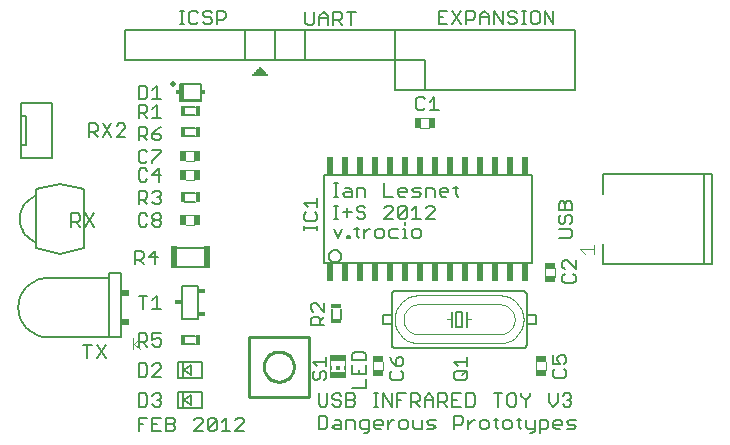
<source format=gto>
G75*
G70*
%OFA0B0*%
%FSLAX24Y24*%
%IPPOS*%
%LPD*%
%AMOC8*
5,1,8,0,0,1.08239X$1,22.5*
%
%ADD10C,0.0060*%
%ADD11R,0.0200X0.0600*%
%ADD12C,0.0020*%
%ADD13R,0.0374X0.0197*%
%ADD14R,0.0374X0.0197*%
%ADD15C,0.0040*%
%ADD16R,0.0160X0.0340*%
%ADD17R,0.0197X0.0374*%
%ADD18R,0.0197X0.0374*%
%ADD19R,0.0059X0.0118*%
%ADD20R,0.0118X0.0118*%
%ADD21R,0.0531X0.0236*%
%ADD22R,0.0340X0.0160*%
%ADD23C,0.0050*%
%ADD24C,0.0197*%
%ADD25R,0.0142X0.0531*%
%ADD26R,0.0138X0.0128*%
%ADD27C,0.0086*%
%ADD28R,0.0276X0.0197*%
%ADD29R,0.0230X0.0180*%
%ADD30R,0.0230X0.0720*%
%ADD31R,0.0079X0.0551*%
%ADD32C,0.0025*%
D10*
X009174Y004975D02*
X009174Y005415D01*
X009468Y005415D01*
X009635Y005415D02*
X009635Y004975D01*
X009928Y004975D01*
X010095Y004975D02*
X010315Y004975D01*
X010389Y005048D01*
X010389Y005121D01*
X010315Y005195D01*
X010095Y005195D01*
X010095Y004975D02*
X010095Y005415D01*
X010315Y005415D01*
X010389Y005342D01*
X010389Y005268D01*
X010315Y005195D01*
X009928Y005415D02*
X009635Y005415D01*
X009635Y005195D02*
X009781Y005195D01*
X009321Y005195D02*
X009174Y005195D01*
X009174Y005787D02*
X009394Y005787D01*
X009468Y005861D01*
X009468Y006154D01*
X009394Y006228D01*
X009174Y006228D01*
X009174Y005787D01*
X009635Y005861D02*
X009708Y005787D01*
X009855Y005787D01*
X009928Y005861D01*
X009928Y005934D01*
X009855Y006007D01*
X009781Y006007D01*
X009855Y006007D02*
X009928Y006081D01*
X009928Y006154D01*
X009855Y006228D01*
X009708Y006228D01*
X009635Y006154D01*
X009635Y006787D02*
X009928Y007081D01*
X009928Y007154D01*
X009855Y007228D01*
X009708Y007228D01*
X009635Y007154D01*
X009468Y007154D02*
X009468Y006861D01*
X009394Y006787D01*
X009174Y006787D01*
X009174Y007228D01*
X009394Y007228D01*
X009468Y007154D01*
X009635Y006787D02*
X009928Y006787D01*
X010501Y006732D02*
X010501Y007283D01*
X011288Y007283D01*
X011288Y006732D01*
X010501Y006732D01*
X010697Y007007D02*
X010934Y006850D01*
X010934Y007165D01*
X010697Y007007D01*
X010501Y006283D02*
X010501Y005732D01*
X011288Y005732D01*
X011288Y006283D01*
X010501Y006283D01*
X010697Y006007D02*
X010934Y005850D01*
X010934Y006165D01*
X010697Y006007D01*
X011089Y005415D02*
X011016Y005342D01*
X011089Y005415D02*
X011236Y005415D01*
X011309Y005342D01*
X011309Y005268D01*
X011016Y004975D01*
X011309Y004975D01*
X011476Y005048D02*
X011770Y005342D01*
X011770Y005048D01*
X011696Y004975D01*
X011549Y004975D01*
X011476Y005048D01*
X011476Y005342D01*
X011549Y005415D01*
X011696Y005415D01*
X011770Y005342D01*
X011936Y005268D02*
X012083Y005415D01*
X012083Y004975D01*
X011936Y004975D02*
X012230Y004975D01*
X012397Y004975D02*
X012690Y005268D01*
X012690Y005342D01*
X012617Y005415D01*
X012470Y005415D01*
X012397Y005342D01*
X012397Y004975D02*
X012690Y004975D01*
X015174Y005037D02*
X015394Y005037D01*
X015468Y005111D01*
X015468Y005404D01*
X015394Y005478D01*
X015174Y005478D01*
X015174Y005037D01*
X015635Y005111D02*
X015708Y005184D01*
X015928Y005184D01*
X015928Y005257D02*
X015928Y005037D01*
X015708Y005037D01*
X015635Y005111D01*
X015708Y005331D02*
X015855Y005331D01*
X015928Y005257D01*
X016095Y005331D02*
X016315Y005331D01*
X016389Y005257D01*
X016389Y005037D01*
X016555Y005111D02*
X016555Y005257D01*
X016629Y005331D01*
X016849Y005331D01*
X016849Y004964D01*
X016776Y004890D01*
X016702Y004890D01*
X016629Y005037D02*
X016849Y005037D01*
X017016Y005111D02*
X017016Y005257D01*
X017089Y005331D01*
X017236Y005331D01*
X017309Y005257D01*
X017309Y005184D01*
X017016Y005184D01*
X017016Y005111D02*
X017089Y005037D01*
X017236Y005037D01*
X017476Y005037D02*
X017476Y005331D01*
X017623Y005331D02*
X017696Y005331D01*
X017623Y005331D02*
X017476Y005184D01*
X017860Y005257D02*
X017860Y005111D01*
X017933Y005037D01*
X018080Y005037D01*
X018153Y005111D01*
X018153Y005257D01*
X018080Y005331D01*
X017933Y005331D01*
X017860Y005257D01*
X018320Y005331D02*
X018320Y005111D01*
X018393Y005037D01*
X018614Y005037D01*
X018614Y005331D01*
X018780Y005257D02*
X018854Y005184D01*
X019001Y005184D01*
X019074Y005111D01*
X019001Y005037D01*
X018780Y005037D01*
X018780Y005257D02*
X018854Y005331D01*
X019074Y005331D01*
X018997Y005787D02*
X018997Y006081D01*
X018850Y006228D01*
X018704Y006081D01*
X018704Y005787D01*
X018537Y005787D02*
X018390Y005934D01*
X018464Y005934D02*
X018243Y005934D01*
X018243Y005787D02*
X018243Y006228D01*
X018464Y006228D01*
X018537Y006154D01*
X018537Y006007D01*
X018464Y005934D01*
X018704Y006007D02*
X018997Y006007D01*
X019164Y005934D02*
X019384Y005934D01*
X019458Y006007D01*
X019458Y006154D01*
X019384Y006228D01*
X019164Y006228D01*
X019164Y005787D01*
X019311Y005934D02*
X019458Y005787D01*
X019624Y005787D02*
X019624Y006228D01*
X019918Y006228D01*
X020085Y006228D02*
X020085Y005787D01*
X020305Y005787D01*
X020378Y005861D01*
X020378Y006154D01*
X020305Y006228D01*
X020085Y006228D01*
X019771Y006007D02*
X019624Y006007D01*
X019624Y005787D02*
X019918Y005787D01*
X019921Y005478D02*
X019995Y005404D01*
X019995Y005257D01*
X019921Y005184D01*
X019701Y005184D01*
X019701Y005037D02*
X019701Y005478D01*
X019921Y005478D01*
X020161Y005331D02*
X020161Y005037D01*
X020161Y005184D02*
X020308Y005331D01*
X020382Y005331D01*
X020545Y005257D02*
X020545Y005111D01*
X020619Y005037D01*
X020765Y005037D01*
X020839Y005111D01*
X020839Y005257D01*
X020765Y005331D01*
X020619Y005331D01*
X020545Y005257D01*
X021005Y005331D02*
X021152Y005331D01*
X021079Y005404D02*
X021079Y005111D01*
X021152Y005037D01*
X021312Y005111D02*
X021312Y005257D01*
X021386Y005331D01*
X021533Y005331D01*
X021606Y005257D01*
X021606Y005111D01*
X021533Y005037D01*
X021386Y005037D01*
X021312Y005111D01*
X021773Y005331D02*
X021919Y005331D01*
X021846Y005404D02*
X021846Y005111D01*
X021919Y005037D01*
X022080Y005111D02*
X022153Y005037D01*
X022373Y005037D01*
X022373Y004964D02*
X022300Y004890D01*
X022226Y004890D01*
X022373Y004964D02*
X022373Y005331D01*
X022540Y005331D02*
X022760Y005331D01*
X022834Y005257D01*
X022834Y005111D01*
X022760Y005037D01*
X022540Y005037D01*
X022540Y004890D02*
X022540Y005331D01*
X023000Y005257D02*
X023000Y005111D01*
X023074Y005037D01*
X023220Y005037D01*
X023294Y005184D02*
X023000Y005184D01*
X023000Y005257D02*
X023074Y005331D01*
X023220Y005331D01*
X023294Y005257D01*
X023294Y005184D01*
X023461Y005257D02*
X023534Y005331D01*
X023754Y005331D01*
X023681Y005184D02*
X023534Y005184D01*
X023461Y005257D01*
X023461Y005037D02*
X023681Y005037D01*
X023754Y005111D01*
X023681Y005184D01*
X023527Y005787D02*
X023381Y005787D01*
X023307Y005861D01*
X023140Y005934D02*
X023140Y006228D01*
X023307Y006154D02*
X023381Y006228D01*
X023527Y006228D01*
X023601Y006154D01*
X023601Y006081D01*
X023527Y006007D01*
X023601Y005934D01*
X023601Y005861D01*
X023527Y005787D01*
X023527Y006007D02*
X023454Y006007D01*
X023140Y005934D02*
X022994Y005787D01*
X022847Y005934D01*
X022847Y006228D01*
X022220Y006228D02*
X022220Y006154D01*
X022073Y006007D01*
X022073Y005787D01*
X022073Y006007D02*
X021926Y006154D01*
X021926Y006228D01*
X021759Y006154D02*
X021759Y005861D01*
X021686Y005787D01*
X021539Y005787D01*
X021466Y005861D01*
X021466Y006154D01*
X021539Y006228D01*
X021686Y006228D01*
X021759Y006154D01*
X021299Y006228D02*
X021005Y006228D01*
X021152Y006228D02*
X021152Y005787D01*
X022080Y005331D02*
X022080Y005111D01*
X020114Y006752D02*
X020041Y006679D01*
X019747Y006679D01*
X019674Y006752D01*
X019674Y006899D01*
X019747Y006973D01*
X020041Y006973D01*
X020114Y006899D01*
X020114Y006752D01*
X019968Y006826D02*
X020114Y006973D01*
X020114Y007139D02*
X020114Y007433D01*
X020114Y007286D02*
X019674Y007286D01*
X019821Y007139D01*
X019755Y008444D02*
X019955Y008444D01*
X019955Y008944D01*
X019755Y008944D01*
X019755Y008444D01*
X019605Y008444D02*
X019605Y008694D01*
X019605Y008944D01*
X020105Y008944D02*
X020105Y008694D01*
X020105Y008444D01*
X022005Y007744D02*
X022022Y007746D01*
X022039Y007750D01*
X022055Y007757D01*
X022069Y007767D01*
X022082Y007780D01*
X022092Y007794D01*
X022099Y007810D01*
X022103Y007827D01*
X022105Y007844D01*
X022105Y008244D01*
X022105Y008544D01*
X022405Y008544D01*
X022405Y008844D01*
X022105Y008844D01*
X022105Y008544D01*
X022105Y008844D02*
X022105Y009144D01*
X022105Y009544D01*
X022103Y009561D01*
X022099Y009578D01*
X022092Y009594D01*
X022082Y009608D01*
X022069Y009621D01*
X022055Y009631D01*
X022039Y009638D01*
X022022Y009642D01*
X022005Y009644D01*
X017705Y009644D01*
X017688Y009642D01*
X017671Y009638D01*
X017655Y009631D01*
X017641Y009621D01*
X017628Y009608D01*
X017618Y009594D01*
X017611Y009578D01*
X017607Y009561D01*
X017605Y009544D01*
X017605Y009144D01*
X017605Y008244D01*
X017605Y007844D01*
X017607Y007827D01*
X017611Y007810D01*
X017618Y007794D01*
X017628Y007780D01*
X017641Y007767D01*
X017655Y007757D01*
X017671Y007750D01*
X017688Y007746D01*
X017705Y007744D01*
X022005Y007744D01*
X022986Y007495D02*
X022986Y007202D01*
X023207Y007202D01*
X023133Y007349D01*
X023133Y007422D01*
X023207Y007495D01*
X023353Y007495D01*
X023427Y007422D01*
X023427Y007275D01*
X023353Y007202D01*
X023353Y007035D02*
X023427Y006962D01*
X023427Y006815D01*
X023353Y006741D01*
X023060Y006741D01*
X022986Y006815D01*
X022986Y006962D01*
X023060Y007035D01*
X023372Y009912D02*
X023666Y009912D01*
X023739Y009986D01*
X023739Y010132D01*
X023666Y010206D01*
X023739Y010373D02*
X023446Y010666D01*
X023372Y010666D01*
X023299Y010593D01*
X023299Y010446D01*
X023372Y010373D01*
X023372Y010206D02*
X023299Y010132D01*
X023299Y009986D01*
X023372Y009912D01*
X023739Y010373D02*
X023739Y010666D01*
X023541Y011412D02*
X023174Y011412D01*
X023174Y011706D02*
X023541Y011706D01*
X023614Y011632D01*
X023614Y011486D01*
X023541Y011412D01*
X023541Y011873D02*
X023614Y011946D01*
X023614Y012093D01*
X023541Y012166D01*
X023468Y012166D01*
X023394Y012093D01*
X023394Y011946D01*
X023321Y011873D01*
X023247Y011873D01*
X023174Y011946D01*
X023174Y012093D01*
X023247Y012166D01*
X023174Y012333D02*
X023174Y012553D01*
X023247Y012626D01*
X023321Y012626D01*
X023394Y012553D01*
X023394Y012333D01*
X023614Y012333D02*
X023174Y012333D01*
X023394Y012553D02*
X023468Y012626D01*
X023541Y012626D01*
X023614Y012553D01*
X023614Y012333D01*
X022298Y013503D02*
X015348Y013503D01*
X015348Y010579D01*
X022298Y010579D01*
X022298Y013503D01*
X019811Y013081D02*
X019664Y013081D01*
X019737Y013154D02*
X019737Y012861D01*
X019811Y012787D01*
X019497Y012934D02*
X019497Y013007D01*
X019424Y013081D01*
X019277Y013081D01*
X019204Y013007D01*
X019204Y012861D01*
X019277Y012787D01*
X019424Y012787D01*
X019497Y012934D02*
X019204Y012934D01*
X019037Y013007D02*
X019037Y012787D01*
X019037Y013007D02*
X018964Y013081D01*
X018743Y013081D01*
X018743Y012787D01*
X018577Y012861D02*
X018503Y012934D01*
X018356Y012934D01*
X018283Y013007D01*
X018356Y013081D01*
X018577Y013081D01*
X018577Y012861D02*
X018503Y012787D01*
X018283Y012787D01*
X018116Y012934D02*
X017823Y012934D01*
X017823Y012861D02*
X017823Y013007D01*
X017896Y013081D01*
X018043Y013081D01*
X018116Y013007D01*
X018116Y012934D01*
X018043Y012787D02*
X017896Y012787D01*
X017823Y012861D01*
X017656Y012787D02*
X017362Y012787D01*
X017362Y013228D01*
X016735Y013007D02*
X016735Y012787D01*
X016735Y013007D02*
X016662Y013081D01*
X016442Y013081D01*
X016442Y012787D01*
X016275Y012787D02*
X016055Y012787D01*
X015981Y012861D01*
X016055Y012934D01*
X016275Y012934D01*
X016275Y013007D02*
X016275Y012787D01*
X016275Y013007D02*
X016201Y013081D01*
X016055Y013081D01*
X015821Y013228D02*
X015674Y013228D01*
X015748Y013228D02*
X015748Y012787D01*
X015821Y012787D02*
X015674Y012787D01*
X015674Y012478D02*
X015821Y012478D01*
X015748Y012478D02*
X015748Y012037D01*
X015821Y012037D02*
X015674Y012037D01*
X015981Y012257D02*
X016275Y012257D01*
X016442Y012331D02*
X016515Y012257D01*
X016662Y012257D01*
X016735Y012184D01*
X016735Y012111D01*
X016662Y012037D01*
X016515Y012037D01*
X016442Y012111D01*
X016442Y012331D02*
X016442Y012404D01*
X016515Y012478D01*
X016662Y012478D01*
X016735Y012404D01*
X016128Y012404D02*
X016128Y012111D01*
X016438Y011779D02*
X016438Y011486D01*
X016512Y011412D01*
X016672Y011412D02*
X016672Y011706D01*
X016672Y011559D02*
X016819Y011706D01*
X016892Y011706D01*
X017055Y011632D02*
X017055Y011486D01*
X017129Y011412D01*
X017276Y011412D01*
X017349Y011486D01*
X017349Y011632D01*
X017276Y011706D01*
X017129Y011706D01*
X017055Y011632D01*
X016512Y011706D02*
X016365Y011706D01*
X016208Y011486D02*
X016208Y011412D01*
X016135Y011412D01*
X016135Y011486D01*
X016208Y011486D01*
X015968Y011706D02*
X015821Y011412D01*
X015674Y011706D01*
X015114Y011736D02*
X014674Y011736D01*
X014674Y011809D02*
X014674Y011662D01*
X015114Y011662D02*
X015114Y011809D01*
X015041Y011969D02*
X014747Y011969D01*
X014674Y012042D01*
X014674Y012189D01*
X014747Y012263D01*
X014821Y012429D02*
X014674Y012576D01*
X015114Y012576D01*
X015114Y012429D02*
X015114Y012723D01*
X015041Y012263D02*
X015114Y012189D01*
X015114Y012042D01*
X015041Y011969D01*
X015508Y010801D02*
X015510Y010830D01*
X015516Y010858D01*
X015525Y010885D01*
X015539Y010910D01*
X015555Y010934D01*
X015575Y010954D01*
X015597Y010973D01*
X015621Y010987D01*
X015648Y010999D01*
X015675Y011007D01*
X015704Y011011D01*
X015732Y011011D01*
X015761Y011007D01*
X015788Y010999D01*
X015815Y010987D01*
X015839Y010973D01*
X015861Y010954D01*
X015881Y010934D01*
X015897Y010910D01*
X015911Y010885D01*
X015920Y010858D01*
X015926Y010830D01*
X015928Y010801D01*
X015926Y010772D01*
X015920Y010744D01*
X015911Y010717D01*
X015897Y010692D01*
X015881Y010668D01*
X015861Y010648D01*
X015839Y010629D01*
X015815Y010615D01*
X015788Y010603D01*
X015761Y010595D01*
X015732Y010591D01*
X015704Y010591D01*
X015675Y010595D01*
X015648Y010603D01*
X015621Y010615D01*
X015597Y010629D01*
X015575Y010648D01*
X015555Y010668D01*
X015539Y010692D01*
X015525Y010717D01*
X015516Y010744D01*
X015510Y010772D01*
X015508Y010801D01*
X017362Y012037D02*
X017656Y012331D01*
X017656Y012404D01*
X017582Y012478D01*
X017436Y012478D01*
X017362Y012404D01*
X017362Y012037D02*
X017656Y012037D01*
X017823Y012111D02*
X017823Y012404D01*
X017896Y012478D01*
X018043Y012478D01*
X018116Y012404D01*
X017823Y012111D01*
X017896Y012037D01*
X018043Y012037D01*
X018116Y012111D01*
X018116Y012404D01*
X018283Y012331D02*
X018430Y012478D01*
X018430Y012037D01*
X018283Y012037D02*
X018577Y012037D01*
X018743Y012037D02*
X019037Y012331D01*
X019037Y012404D01*
X018964Y012478D01*
X018817Y012478D01*
X018743Y012404D01*
X018743Y012037D02*
X019037Y012037D01*
X018577Y011632D02*
X018503Y011706D01*
X018356Y011706D01*
X018283Y011632D01*
X018283Y011486D01*
X018356Y011412D01*
X018503Y011412D01*
X018577Y011486D01*
X018577Y011632D01*
X018123Y011412D02*
X017976Y011412D01*
X018049Y011412D02*
X018049Y011706D01*
X017976Y011706D01*
X018049Y011853D02*
X018049Y011926D01*
X017809Y011706D02*
X017589Y011706D01*
X017516Y011632D01*
X017516Y011486D01*
X017589Y011412D01*
X017809Y011412D01*
X015364Y009245D02*
X015364Y008952D01*
X015071Y009245D01*
X014997Y009245D01*
X014924Y009172D01*
X014924Y009025D01*
X014997Y008952D01*
X014997Y008785D02*
X015144Y008785D01*
X015218Y008712D01*
X015218Y008491D01*
X015364Y008491D02*
X014924Y008491D01*
X014924Y008712D01*
X014997Y008785D01*
X015218Y008638D02*
X015364Y008785D01*
X015629Y008706D02*
X015629Y009046D01*
X015910Y009046D02*
X015910Y008706D01*
X016372Y007620D02*
X016299Y007547D01*
X016299Y007327D01*
X016739Y007327D01*
X016739Y007547D01*
X016666Y007620D01*
X016372Y007620D01*
X016299Y007160D02*
X016299Y006866D01*
X016739Y006866D01*
X016739Y007160D01*
X016519Y007013D02*
X016519Y006866D01*
X016739Y006700D02*
X016739Y006406D01*
X016299Y006406D01*
X016315Y006228D02*
X016095Y006228D01*
X016095Y005787D01*
X016315Y005787D01*
X016389Y005861D01*
X016389Y005934D01*
X016315Y006007D01*
X016095Y006007D01*
X015928Y005934D02*
X015855Y006007D01*
X015708Y006007D01*
X015635Y006081D01*
X015635Y006154D01*
X015708Y006228D01*
X015855Y006228D01*
X015928Y006154D01*
X015928Y005934D02*
X015928Y005861D01*
X015855Y005787D01*
X015708Y005787D01*
X015635Y005861D01*
X015468Y005861D02*
X015468Y006228D01*
X015174Y006228D02*
X015174Y005861D01*
X015248Y005787D01*
X015394Y005787D01*
X015468Y005861D01*
X016095Y005331D02*
X016095Y005037D01*
X016555Y005111D02*
X016629Y005037D01*
X017016Y005787D02*
X017163Y005787D01*
X017089Y005787D02*
X017089Y006228D01*
X017016Y006228D02*
X017163Y006228D01*
X017323Y006228D02*
X017616Y005787D01*
X017616Y006228D01*
X017783Y006228D02*
X017783Y005787D01*
X017783Y006007D02*
X017930Y006007D01*
X017783Y006228D02*
X018077Y006228D01*
X017916Y006679D02*
X017622Y006679D01*
X017549Y006752D01*
X017549Y006899D01*
X017622Y006973D01*
X017769Y007139D02*
X017769Y007359D01*
X017843Y007433D01*
X017916Y007433D01*
X017989Y007359D01*
X017989Y007213D01*
X017916Y007139D01*
X017769Y007139D01*
X017622Y007286D01*
X017549Y007433D01*
X017916Y006973D02*
X017989Y006899D01*
X017989Y006752D01*
X017916Y006679D01*
X017323Y006228D02*
X017323Y005787D01*
X016389Y006081D02*
X016315Y006007D01*
X016389Y006081D02*
X016389Y006154D01*
X016315Y006228D01*
X015427Y006752D02*
X015353Y006679D01*
X015427Y006752D02*
X015427Y006899D01*
X015353Y006973D01*
X015280Y006973D01*
X015207Y006899D01*
X015207Y006752D01*
X015133Y006679D01*
X015060Y006679D01*
X014986Y006752D01*
X014986Y006899D01*
X015060Y006973D01*
X015133Y007139D02*
X014986Y007286D01*
X015427Y007286D01*
X015427Y007139D02*
X015427Y007433D01*
X017305Y008544D02*
X017305Y008844D01*
X017605Y008844D01*
X017605Y008544D02*
X017305Y008544D01*
X011344Y010427D02*
X010444Y010427D01*
X010444Y011087D02*
X011344Y011087D01*
X009928Y011861D02*
X009855Y011787D01*
X009708Y011787D01*
X009635Y011861D01*
X009635Y011934D01*
X009708Y012007D01*
X009855Y012007D01*
X009928Y011934D01*
X009928Y011861D01*
X009855Y012007D02*
X009928Y012081D01*
X009928Y012154D01*
X009855Y012228D01*
X009708Y012228D01*
X009635Y012154D01*
X009635Y012081D01*
X009708Y012007D01*
X009468Y011861D02*
X009394Y011787D01*
X009248Y011787D01*
X009174Y011861D01*
X009174Y012154D01*
X009248Y012228D01*
X009394Y012228D01*
X009468Y012154D01*
X009468Y012537D02*
X009321Y012684D01*
X009394Y012684D02*
X009174Y012684D01*
X009174Y012537D02*
X009174Y012978D01*
X009394Y012978D01*
X009468Y012904D01*
X009468Y012757D01*
X009394Y012684D01*
X009635Y012611D02*
X009708Y012537D01*
X009855Y012537D01*
X009928Y012611D01*
X009928Y012684D01*
X009855Y012757D01*
X009781Y012757D01*
X009855Y012757D02*
X009928Y012831D01*
X009928Y012904D01*
X009855Y012978D01*
X009708Y012978D01*
X009635Y012904D01*
X009855Y013287D02*
X009855Y013728D01*
X009635Y013507D01*
X009928Y013507D01*
X009635Y013912D02*
X009635Y013986D01*
X009928Y014279D01*
X009928Y014353D01*
X009635Y014353D01*
X009468Y014279D02*
X009394Y014353D01*
X009248Y014353D01*
X009174Y014279D01*
X009174Y013986D01*
X009248Y013912D01*
X009394Y013912D01*
X009468Y013986D01*
X009394Y013728D02*
X009248Y013728D01*
X009174Y013654D01*
X009174Y013361D01*
X009248Y013287D01*
X009394Y013287D01*
X009468Y013361D01*
X009468Y013654D02*
X009394Y013728D01*
X009468Y014662D02*
X009321Y014809D01*
X009394Y014809D02*
X009174Y014809D01*
X009174Y014662D02*
X009174Y015103D01*
X009394Y015103D01*
X009468Y015029D01*
X009468Y014882D01*
X009394Y014809D01*
X009635Y014882D02*
X009781Y015029D01*
X009928Y015103D01*
X009855Y014882D02*
X009635Y014882D01*
X009635Y014736D01*
X009708Y014662D01*
X009855Y014662D01*
X009928Y014736D01*
X009928Y014809D01*
X009855Y014882D01*
X009928Y015412D02*
X009635Y015412D01*
X009781Y015412D02*
X009781Y015853D01*
X009635Y015706D01*
X009468Y015779D02*
X009468Y015632D01*
X009394Y015559D01*
X009174Y015559D01*
X009174Y015412D02*
X009174Y015853D01*
X009394Y015853D01*
X009468Y015779D01*
X009321Y015559D02*
X009468Y015412D01*
X008729Y015154D02*
X008656Y015228D01*
X008509Y015228D01*
X008436Y015154D01*
X008269Y015228D02*
X007975Y014787D01*
X007808Y014787D02*
X007662Y014934D01*
X007735Y014934D02*
X007515Y014934D01*
X007515Y014787D02*
X007515Y015228D01*
X007735Y015228D01*
X007808Y015154D01*
X007808Y015007D01*
X007735Y014934D01*
X007975Y015228D02*
X008269Y014787D01*
X008436Y014787D02*
X008729Y015081D01*
X008729Y015154D01*
X008729Y014787D02*
X008436Y014787D01*
X009174Y016037D02*
X009394Y016037D01*
X009468Y016111D01*
X009468Y016404D01*
X009394Y016478D01*
X009174Y016478D01*
X009174Y016037D01*
X009635Y016037D02*
X009928Y016037D01*
X009781Y016037D02*
X009781Y016478D01*
X009635Y016331D01*
X010724Y015772D02*
X011064Y015772D01*
X011064Y015492D02*
X010724Y015492D01*
X010724Y015085D02*
X011064Y015085D01*
X011064Y014805D02*
X010724Y014805D01*
X010724Y012897D02*
X011064Y012897D01*
X011064Y012617D02*
X010724Y012617D01*
X009730Y010978D02*
X009510Y010757D01*
X009803Y010757D01*
X009730Y010537D02*
X009730Y010978D01*
X009343Y010904D02*
X009343Y010757D01*
X009269Y010684D01*
X009049Y010684D01*
X009049Y010537D02*
X009049Y010978D01*
X009269Y010978D01*
X009343Y010904D01*
X009196Y010684D02*
X009343Y010537D01*
X008587Y010230D02*
X008194Y010230D01*
X008194Y008104D01*
X008587Y008104D01*
X008587Y010230D01*
X008194Y010072D02*
X006146Y010072D01*
X006084Y010070D01*
X006023Y010064D01*
X005962Y010055D01*
X005901Y010041D01*
X005842Y010024D01*
X005784Y010003D01*
X005727Y009978D01*
X005672Y009950D01*
X005619Y009919D01*
X005568Y009884D01*
X005519Y009846D01*
X005472Y009805D01*
X005429Y009762D01*
X005388Y009715D01*
X005350Y009666D01*
X005315Y009615D01*
X005284Y009562D01*
X005256Y009507D01*
X005231Y009450D01*
X005210Y009392D01*
X005193Y009333D01*
X005179Y009272D01*
X005170Y009211D01*
X005164Y009150D01*
X005162Y009088D01*
X005164Y009026D01*
X005170Y008965D01*
X005179Y008904D01*
X005193Y008843D01*
X005210Y008784D01*
X005231Y008726D01*
X005256Y008669D01*
X005284Y008614D01*
X005315Y008561D01*
X005350Y008510D01*
X005388Y008461D01*
X005429Y008414D01*
X005472Y008371D01*
X005519Y008330D01*
X005568Y008292D01*
X005619Y008257D01*
X005672Y008226D01*
X005727Y008198D01*
X005784Y008173D01*
X005842Y008152D01*
X005901Y008135D01*
X005962Y008121D01*
X006023Y008112D01*
X006084Y008106D01*
X006146Y008104D01*
X008194Y008104D01*
X008072Y007853D02*
X007778Y007412D01*
X008072Y007412D02*
X007778Y007853D01*
X007612Y007853D02*
X007318Y007853D01*
X007465Y007853D02*
X007465Y007412D01*
X009174Y007787D02*
X009174Y008228D01*
X009394Y008228D01*
X009468Y008154D01*
X009468Y008007D01*
X009394Y007934D01*
X009174Y007934D01*
X009321Y007934D02*
X009468Y007787D01*
X009635Y007861D02*
X009708Y007787D01*
X009855Y007787D01*
X009928Y007861D01*
X009928Y008007D01*
X009855Y008081D01*
X009781Y008081D01*
X009635Y008007D01*
X009635Y008228D01*
X009928Y008228D01*
X010724Y008147D02*
X011064Y008147D01*
X011064Y007867D02*
X010724Y007867D01*
X009928Y009037D02*
X009635Y009037D01*
X009781Y009037D02*
X009781Y009478D01*
X009635Y009331D01*
X009468Y009478D02*
X009174Y009478D01*
X009321Y009478D02*
X009321Y009037D01*
X007678Y011787D02*
X007385Y012228D01*
X007218Y012154D02*
X007218Y012007D01*
X007144Y011934D01*
X006924Y011934D01*
X006924Y011787D02*
X006924Y012228D01*
X007144Y012228D01*
X007218Y012154D01*
X007071Y011934D02*
X007218Y011787D01*
X007385Y011787D02*
X007678Y012228D01*
X008705Y017356D02*
X008705Y018356D01*
X012705Y018356D01*
X012705Y017356D01*
X008705Y017356D01*
X010549Y018537D02*
X010696Y018537D01*
X010623Y018537D02*
X010623Y018978D01*
X010696Y018978D02*
X010549Y018978D01*
X010856Y018904D02*
X010856Y018611D01*
X010930Y018537D01*
X011076Y018537D01*
X011150Y018611D01*
X011317Y018611D02*
X011390Y018537D01*
X011537Y018537D01*
X011610Y018611D01*
X011610Y018684D01*
X011537Y018757D01*
X011390Y018757D01*
X011317Y018831D01*
X011317Y018904D01*
X011390Y018978D01*
X011537Y018978D01*
X011610Y018904D01*
X011777Y018978D02*
X011777Y018537D01*
X011777Y018684D02*
X011997Y018684D01*
X012071Y018757D01*
X012071Y018904D01*
X011997Y018978D01*
X011777Y018978D01*
X011150Y018904D02*
X011076Y018978D01*
X010930Y018978D01*
X010856Y018904D01*
X012705Y018356D02*
X013705Y018356D01*
X014705Y018356D01*
X014705Y017356D01*
X013705Y017356D01*
X013705Y018356D01*
X013705Y017356D01*
X012705Y017356D01*
X014705Y017356D02*
X017705Y017356D01*
X017705Y018356D01*
X014705Y018356D01*
X014809Y018511D02*
X014956Y018511D01*
X015029Y018584D01*
X015029Y018951D01*
X015196Y018804D02*
X015342Y018951D01*
X015489Y018804D01*
X015489Y018511D01*
X015656Y018511D02*
X015656Y018951D01*
X015876Y018951D01*
X015950Y018878D01*
X015950Y018731D01*
X015876Y018657D01*
X015656Y018657D01*
X015803Y018657D02*
X015950Y018511D01*
X016263Y018511D02*
X016263Y018951D01*
X016116Y018951D02*
X016410Y018951D01*
X015489Y018731D02*
X015196Y018731D01*
X015196Y018804D02*
X015196Y018511D01*
X014809Y018511D02*
X014735Y018584D01*
X014735Y018951D01*
X017705Y018356D02*
X017705Y017356D01*
X018705Y017356D01*
X018705Y016356D01*
X017705Y016356D01*
X017705Y017356D01*
X017705Y018356D02*
X023705Y018356D01*
X023705Y016356D01*
X018705Y016356D01*
X018644Y016103D02*
X018498Y016103D01*
X018424Y016029D01*
X018424Y015736D01*
X018498Y015662D01*
X018644Y015662D01*
X018718Y015736D01*
X018885Y015662D02*
X019178Y015662D01*
X019031Y015662D02*
X019031Y016103D01*
X018885Y015956D01*
X018718Y016029D02*
X018644Y016103D01*
X019174Y018537D02*
X019468Y018537D01*
X019635Y018537D02*
X019928Y018978D01*
X020095Y018978D02*
X020315Y018978D01*
X020389Y018904D01*
X020389Y018757D01*
X020315Y018684D01*
X020095Y018684D01*
X020095Y018537D02*
X020095Y018978D01*
X019635Y018978D02*
X019928Y018537D01*
X019321Y018757D02*
X019174Y018757D01*
X019174Y018537D02*
X019174Y018978D01*
X019468Y018978D01*
X020555Y018831D02*
X020555Y018537D01*
X020555Y018757D02*
X020849Y018757D01*
X020849Y018831D02*
X020849Y018537D01*
X021016Y018537D02*
X021016Y018978D01*
X021309Y018537D01*
X021309Y018978D01*
X021476Y018904D02*
X021476Y018831D01*
X021549Y018757D01*
X021696Y018757D01*
X021770Y018684D01*
X021770Y018611D01*
X021696Y018537D01*
X021549Y018537D01*
X021476Y018611D01*
X021476Y018904D02*
X021549Y018978D01*
X021696Y018978D01*
X021770Y018904D01*
X021936Y018978D02*
X022083Y018978D01*
X022010Y018978D02*
X022010Y018537D01*
X022083Y018537D02*
X021936Y018537D01*
X022243Y018611D02*
X022243Y018904D01*
X022317Y018978D01*
X022464Y018978D01*
X022537Y018904D01*
X022537Y018611D01*
X022464Y018537D01*
X022317Y018537D01*
X022243Y018611D01*
X022704Y018537D02*
X022704Y018978D01*
X022997Y018537D01*
X022997Y018978D01*
X020849Y018831D02*
X020702Y018978D01*
X020555Y018831D01*
D11*
X020568Y013813D03*
X020068Y013813D03*
X019568Y013813D03*
X019068Y013813D03*
X018568Y013813D03*
X018068Y013813D03*
X017568Y013813D03*
X017068Y013813D03*
X016568Y013813D03*
X016068Y013813D03*
X015568Y013813D03*
X015568Y010269D03*
X016068Y010269D03*
X016568Y010269D03*
X017068Y010269D03*
X017568Y010269D03*
X018068Y010269D03*
X018568Y010269D03*
X019068Y010269D03*
X019568Y010269D03*
X020068Y010269D03*
X020568Y010269D03*
X021068Y010269D03*
X021568Y010269D03*
X022068Y010269D03*
X022068Y013813D03*
X021568Y013813D03*
X021068Y013813D03*
D12*
X021205Y009494D02*
X018505Y009494D01*
X018505Y009194D02*
X021205Y009194D01*
X021866Y009144D02*
X021896Y009096D01*
X021923Y009047D01*
X021946Y008996D01*
X021965Y008943D01*
X021981Y008889D01*
X021993Y008834D01*
X022001Y008778D01*
X022005Y008722D01*
X022005Y008666D01*
X022001Y008610D01*
X021993Y008554D01*
X021981Y008499D01*
X021965Y008445D01*
X021946Y008392D01*
X021923Y008341D01*
X021896Y008292D01*
X021866Y008244D01*
X021205Y008194D02*
X018505Y008194D01*
X018505Y007894D02*
X021205Y007894D01*
X021205Y008194D02*
X021243Y008195D01*
X021280Y008200D01*
X021317Y008207D01*
X021353Y008216D01*
X021389Y008229D01*
X021423Y008244D01*
X021423Y009144D02*
X021389Y009159D01*
X021353Y009172D01*
X021317Y009181D01*
X021280Y009188D01*
X021243Y009193D01*
X021205Y009194D01*
X021423Y009144D02*
X021461Y009124D01*
X021497Y009100D01*
X021531Y009073D01*
X021562Y009044D01*
X021591Y009012D01*
X021617Y008978D01*
X021640Y008941D01*
X021659Y008903D01*
X021676Y008863D01*
X021688Y008822D01*
X021698Y008780D01*
X021703Y008737D01*
X021705Y008694D01*
X021703Y008651D01*
X021698Y008608D01*
X021688Y008566D01*
X021676Y008525D01*
X021659Y008485D01*
X021640Y008447D01*
X021617Y008410D01*
X021591Y008376D01*
X021562Y008344D01*
X021531Y008315D01*
X021497Y008288D01*
X021461Y008264D01*
X021423Y008244D01*
X021866Y009144D02*
X021834Y009189D01*
X021798Y009231D01*
X021759Y009271D01*
X021717Y009308D01*
X021674Y009342D01*
X021627Y009373D01*
X021579Y009401D01*
X021529Y009425D01*
X021478Y009446D01*
X021425Y009463D01*
X021371Y009477D01*
X021316Y009486D01*
X021261Y009492D01*
X021205Y009494D01*
X021866Y008244D02*
X021834Y008199D01*
X021798Y008157D01*
X021759Y008117D01*
X021718Y008080D01*
X021674Y008046D01*
X021627Y008015D01*
X021579Y007987D01*
X021529Y007963D01*
X021478Y007942D01*
X021425Y007925D01*
X021371Y007911D01*
X021316Y007902D01*
X021261Y007896D01*
X021205Y007894D01*
X020255Y008694D02*
X020105Y008694D01*
X019605Y008694D02*
X019455Y008694D01*
X018505Y009494D02*
X018449Y009492D01*
X018394Y009486D01*
X018339Y009477D01*
X018285Y009463D01*
X018232Y009446D01*
X018181Y009425D01*
X018131Y009401D01*
X018083Y009373D01*
X018036Y009342D01*
X017992Y009308D01*
X017951Y009271D01*
X017912Y009231D01*
X017876Y009189D01*
X017844Y009144D01*
X017814Y009096D01*
X017787Y009047D01*
X017764Y008996D01*
X017745Y008943D01*
X017729Y008889D01*
X017717Y008834D01*
X017709Y008778D01*
X017705Y008722D01*
X017705Y008666D01*
X017709Y008610D01*
X017717Y008554D01*
X017729Y008499D01*
X017745Y008445D01*
X017764Y008392D01*
X017787Y008341D01*
X017814Y008292D01*
X017844Y008244D01*
X018287Y008244D02*
X018249Y008264D01*
X018213Y008288D01*
X018179Y008315D01*
X018148Y008344D01*
X018119Y008376D01*
X018093Y008410D01*
X018070Y008447D01*
X018051Y008485D01*
X018034Y008525D01*
X018022Y008566D01*
X018012Y008608D01*
X018007Y008651D01*
X018005Y008694D01*
X018007Y008737D01*
X018012Y008780D01*
X018022Y008822D01*
X018034Y008863D01*
X018051Y008903D01*
X018070Y008941D01*
X018093Y008978D01*
X018119Y009012D01*
X018148Y009044D01*
X018179Y009073D01*
X018213Y009100D01*
X018249Y009124D01*
X018287Y009144D01*
X018287Y008244D02*
X018321Y008229D01*
X018357Y008216D01*
X018393Y008207D01*
X018430Y008200D01*
X018467Y008195D01*
X018505Y008194D01*
X018287Y009144D02*
X018321Y009159D01*
X018357Y009172D01*
X018393Y009181D01*
X018430Y009188D01*
X018467Y009193D01*
X018505Y009194D01*
X017844Y008244D02*
X017876Y008199D01*
X017912Y008157D01*
X017951Y008117D01*
X017993Y008080D01*
X018036Y008046D01*
X018083Y008015D01*
X018131Y007987D01*
X018181Y007963D01*
X018232Y007942D01*
X018285Y007925D01*
X018339Y007911D01*
X018394Y007902D01*
X018449Y007896D01*
X018505Y007894D01*
D13*
X017146Y006904D03*
X022584Y006904D03*
X022892Y010486D03*
D14*
X022892Y010026D03*
X022584Y007364D03*
X017146Y007364D03*
D15*
X016979Y007272D02*
X016979Y006992D01*
X017314Y006992D02*
X017314Y007272D01*
X016058Y007297D02*
X016058Y006942D01*
X015566Y006942D02*
X015566Y007306D01*
X011034Y011837D02*
X010754Y011837D01*
X010754Y012172D02*
X011034Y012172D01*
X011034Y013342D02*
X010754Y013342D01*
X010754Y013677D02*
X011034Y013677D01*
X011034Y013967D02*
X010754Y013967D01*
X010754Y014302D02*
X011034Y014302D01*
X018567Y015087D02*
X018847Y015087D01*
X018847Y015422D02*
X018567Y015422D01*
X023894Y011033D02*
X024355Y011033D01*
X024355Y010880D02*
X024355Y011186D01*
X024048Y010880D02*
X023894Y011033D01*
X023059Y010397D02*
X023059Y010117D01*
X022724Y010117D02*
X022724Y010397D01*
X022752Y007272D02*
X022752Y006992D01*
X022417Y006992D02*
X022417Y007272D01*
X009210Y007708D02*
X009030Y007888D01*
X008970Y007828D02*
X009210Y008068D01*
X008970Y008068D02*
X008970Y007708D01*
D16*
X010644Y008007D03*
X011144Y008007D03*
X011144Y012757D03*
X010644Y012757D03*
X010644Y014945D03*
X011144Y014945D03*
X011144Y015632D03*
X010644Y015632D03*
D17*
X011123Y014134D03*
X011123Y013509D03*
X010666Y012005D03*
X018478Y015255D03*
D18*
X018938Y015255D03*
X011126Y012005D03*
X010663Y013509D03*
X010663Y014134D03*
D19*
X015575Y007060D03*
X016048Y007060D03*
D20*
X015812Y007060D03*
D21*
X015812Y006824D03*
X015812Y007415D03*
D22*
X015769Y008626D03*
X015769Y009126D03*
D23*
X011154Y008697D02*
X010634Y008697D01*
X010634Y009817D01*
X011154Y009817D01*
X011154Y008697D01*
X007337Y011057D02*
X006549Y010860D01*
X005762Y011057D01*
X005762Y011254D01*
X005762Y012829D01*
X005762Y013025D01*
X006549Y013222D01*
X007337Y013025D01*
X007337Y011057D01*
X005762Y011254D02*
X005709Y011275D01*
X005659Y011300D01*
X005610Y011329D01*
X005563Y011361D01*
X005518Y011395D01*
X005476Y011433D01*
X005436Y011474D01*
X005400Y011517D01*
X005366Y011562D01*
X005335Y011610D01*
X005308Y011659D01*
X005284Y011710D01*
X005263Y011763D01*
X005246Y011817D01*
X005233Y011872D01*
X005224Y011928D01*
X005218Y011984D01*
X005216Y012041D01*
X005218Y012098D01*
X005224Y012154D01*
X005233Y012210D01*
X005246Y012265D01*
X005263Y012319D01*
X005284Y012372D01*
X005308Y012423D01*
X005335Y012472D01*
X005366Y012520D01*
X005400Y012565D01*
X005436Y012608D01*
X005476Y012649D01*
X005518Y012687D01*
X005563Y012721D01*
X005610Y012753D01*
X005659Y012782D01*
X005709Y012807D01*
X005762Y012828D01*
X005457Y014088D02*
X005260Y014088D01*
X005260Y014521D01*
X005418Y014521D01*
X005418Y015466D01*
X005260Y015466D01*
X005260Y014521D01*
X005260Y014088D02*
X006284Y014088D01*
X006284Y015899D01*
X005260Y015899D01*
X005457Y015899D01*
X005260Y015899D02*
X005260Y015466D01*
X006284Y015426D02*
X006284Y015308D01*
X006284Y014678D02*
X006284Y014560D01*
X010540Y015982D02*
X010540Y016034D01*
X010540Y015991D02*
X011249Y015991D01*
X011249Y016523D01*
X010540Y016523D01*
X010540Y015991D01*
X010540Y015982D02*
X011249Y015982D01*
X011249Y016034D01*
X011249Y016481D02*
X011249Y016533D01*
X010540Y016533D01*
X010540Y016481D01*
X024650Y013556D02*
X024650Y013281D01*
X024650Y012887D01*
X024650Y013556D02*
X025575Y013556D01*
X026520Y013556D01*
X027741Y013556D01*
X028016Y013556D01*
X028272Y013556D01*
X028272Y010525D01*
X028016Y010525D01*
X027741Y010525D01*
X026520Y010525D01*
X025575Y010525D01*
X024650Y010525D01*
X024650Y010800D01*
X024650Y011194D01*
X028016Y010525D02*
X028016Y013556D01*
D24*
X010314Y016554D03*
D25*
X010611Y016257D03*
D26*
X010471Y016257D03*
X011318Y016257D03*
D27*
X012843Y008119D02*
X014843Y008119D01*
X014843Y006119D01*
X012843Y006119D01*
X012843Y008119D01*
X013343Y007119D02*
X013345Y007163D01*
X013351Y007207D01*
X013361Y007250D01*
X013374Y007292D01*
X013391Y007333D01*
X013412Y007372D01*
X013436Y007409D01*
X013463Y007444D01*
X013493Y007476D01*
X013526Y007506D01*
X013562Y007532D01*
X013599Y007556D01*
X013639Y007575D01*
X013680Y007592D01*
X013723Y007604D01*
X013766Y007613D01*
X013810Y007618D01*
X013854Y007619D01*
X013898Y007616D01*
X013942Y007609D01*
X013985Y007598D01*
X014027Y007584D01*
X014067Y007566D01*
X014106Y007544D01*
X014142Y007520D01*
X014176Y007492D01*
X014208Y007461D01*
X014237Y007427D01*
X014263Y007391D01*
X014285Y007353D01*
X014304Y007313D01*
X014319Y007271D01*
X014331Y007229D01*
X014339Y007185D01*
X014343Y007141D01*
X014343Y007097D01*
X014339Y007053D01*
X014331Y007009D01*
X014319Y006967D01*
X014304Y006925D01*
X014285Y006885D01*
X014263Y006847D01*
X014237Y006811D01*
X014208Y006777D01*
X014176Y006746D01*
X014142Y006718D01*
X014106Y006694D01*
X014067Y006672D01*
X014027Y006654D01*
X013985Y006640D01*
X013942Y006629D01*
X013898Y006622D01*
X013854Y006619D01*
X013810Y006620D01*
X013766Y006625D01*
X013723Y006634D01*
X013680Y006646D01*
X013639Y006663D01*
X013599Y006682D01*
X013562Y006706D01*
X013526Y006732D01*
X013493Y006762D01*
X013463Y006794D01*
X013436Y006829D01*
X013412Y006866D01*
X013391Y006905D01*
X013374Y006946D01*
X013361Y006988D01*
X013351Y007031D01*
X013345Y007075D01*
X013343Y007119D01*
D28*
X008725Y008596D03*
X008725Y009580D03*
D29*
X010499Y009257D03*
X011289Y008887D03*
X011289Y009627D03*
D30*
X011449Y010757D03*
X010339Y010757D03*
D31*
X010658Y007007D03*
X010658Y006007D03*
D32*
X012955Y016856D02*
X013455Y016856D01*
X013205Y017106D01*
X012955Y016856D01*
X012961Y016862D02*
X013449Y016862D01*
X013426Y016885D02*
X012985Y016885D01*
X013008Y016909D02*
X013402Y016909D01*
X013379Y016932D02*
X013032Y016932D01*
X013055Y016956D02*
X013355Y016956D01*
X013332Y016979D02*
X013079Y016979D01*
X013102Y017003D02*
X013308Y017003D01*
X013285Y017026D02*
X013126Y017026D01*
X013149Y017050D02*
X013261Y017050D01*
X013238Y017073D02*
X013173Y017073D01*
X013196Y017097D02*
X013214Y017097D01*
M02*

</source>
